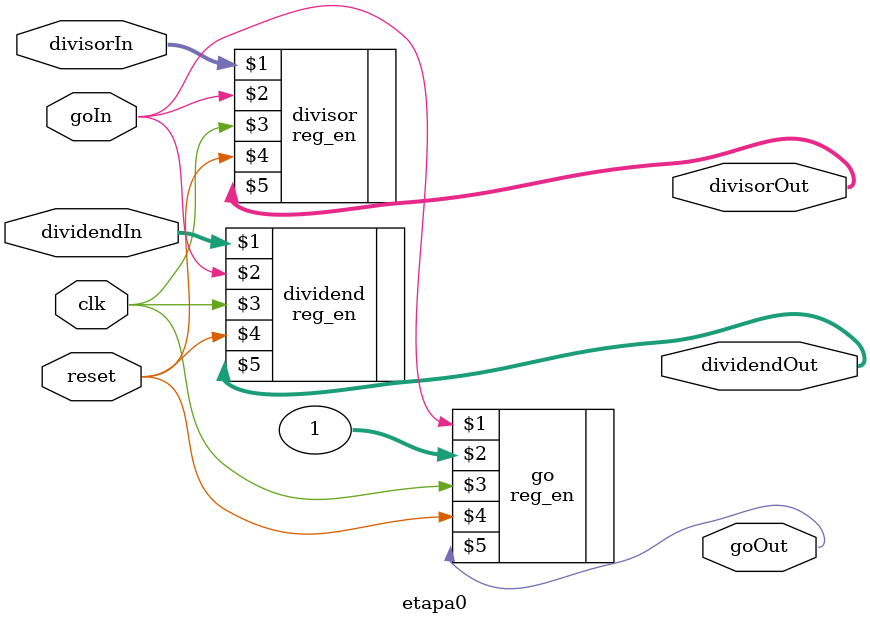
<source format=v>
`define DvLen 15
`define DdLen 31
`define QLen 15
`define HiDdMin 16

module etapa0 #(
                parameter AnchoDv = `DvLen,
				          AnchoDd = `DdLen,
						  AnchoQ  = `QLen
			   )
              (
               input goIn,
			   input [`DvLen:0] divisorIn,
			   input [`DdLen:0] dividendIn,
			   output goOut,
			   output [`DvLen:0] divisorOut,
			   output [`DdLen:0] dividendOut,
			   input reset, clk
			   );
			   
  //Senal de "go" se utiliza para hablilitar escritura en los otros registros
  reg_en #(1) go (goIn, 1, clk, reset, goOut);

  //Registro "divisor"
  reg_en #(AnchoDv + 1) divisor (divisorIn, goIn, clk, reset, divisorOut);

  //Registro "dividend"
  reg_en #(AnchoDd + 1) dividend (dividendIn, goIn, clk, reset, dividendOut);

endmodule 
</source>
